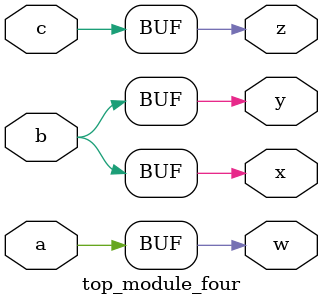
<source format=v>
module top_module_four( 
    input a,b,c,
    output w,x,y,z );
	assign w=a;
	assign x=b;
   	assign y=b;
    	assign z=c;
    
    
endmodule

</source>
